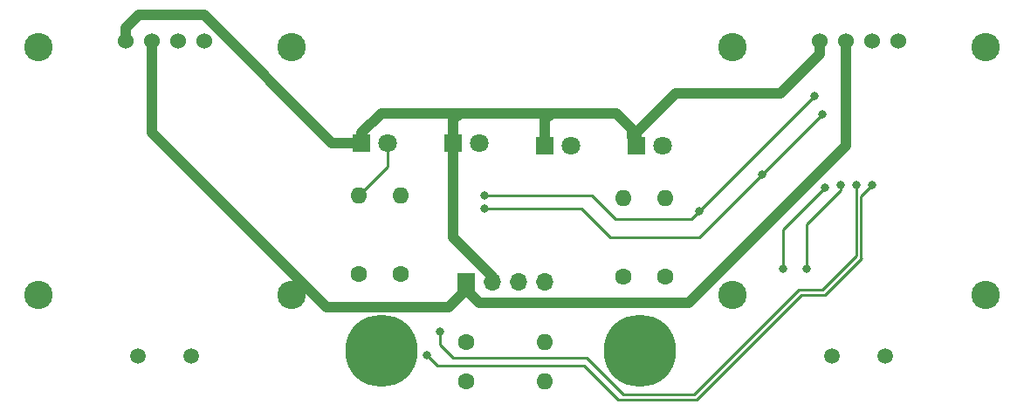
<source format=gbr>
%TF.GenerationSoftware,KiCad,Pcbnew,(6.0.5)*%
%TF.CreationDate,2022-08-06T13:23:44-04:00*%
%TF.ProjectId,RICM Greenpower Instrument Cluster,5249434d-2047-4726-9565-6e706f776572,rev?*%
%TF.SameCoordinates,Original*%
%TF.FileFunction,Copper,L1,Top*%
%TF.FilePolarity,Positive*%
%FSLAX46Y46*%
G04 Gerber Fmt 4.6, Leading zero omitted, Abs format (unit mm)*
G04 Created by KiCad (PCBNEW (6.0.5)) date 2022-08-06 13:23:44*
%MOMM*%
%LPD*%
G01*
G04 APERTURE LIST*
%TA.AperFunction,ComponentPad*%
%ADD10C,1.500000*%
%TD*%
%TA.AperFunction,ComponentPad*%
%ADD11C,1.600000*%
%TD*%
%TA.AperFunction,ComponentPad*%
%ADD12O,1.600000X1.600000*%
%TD*%
%TA.AperFunction,ComponentPad*%
%ADD13R,1.800000X1.800000*%
%TD*%
%TA.AperFunction,ComponentPad*%
%ADD14C,1.800000*%
%TD*%
%TA.AperFunction,ComponentPad*%
%ADD15R,1.700000X1.700000*%
%TD*%
%TA.AperFunction,ComponentPad*%
%ADD16O,1.700000X1.700000*%
%TD*%
%TA.AperFunction,ComponentPad*%
%ADD17C,2.750000*%
%TD*%
%TA.AperFunction,ComponentPad*%
%ADD18C,1.524000*%
%TD*%
%TA.AperFunction,ViaPad*%
%ADD19C,7.000000*%
%TD*%
%TA.AperFunction,ViaPad*%
%ADD20C,0.800000*%
%TD*%
%TA.AperFunction,Conductor*%
%ADD21C,1.000000*%
%TD*%
%TA.AperFunction,Conductor*%
%ADD22C,0.250000*%
%TD*%
G04 APERTURE END LIST*
D10*
%TO.P,SW2,1,1*%
%TO.N,Net-(R6-Pad1)*%
X83846600Y-30516000D03*
%TO.P,SW2,2,2*%
%TO.N,GND*%
X78690400Y-30516000D03*
%TD*%
D11*
%TO.P,R3,1*%
%TO.N,Net-(R3-Pad1)*%
X36830000Y-22606000D03*
D12*
%TO.P,R3,2*%
%TO.N,Net-(D3-Pad2)*%
X36830000Y-14986000D03*
%TD*%
D13*
%TO.P,D3,1,K*%
%TO.N,GND*%
X41910000Y-9875000D03*
D14*
%TO.P,D3,2,A*%
%TO.N,Net-(D3-Pad2)*%
X44450000Y-9875000D03*
%TD*%
D10*
%TO.P,SW1,1,1*%
%TO.N,Net-(R5-Pad1)*%
X16536600Y-30516000D03*
%TO.P,SW1,2,2*%
%TO.N,GND*%
X11380400Y-30516000D03*
%TD*%
D13*
%TO.P,D1,1,K*%
%TO.N,GND*%
X59690000Y-10160000D03*
D14*
%TO.P,D1,2,A*%
%TO.N,Net-(D1-Pad2)*%
X62230000Y-10160000D03*
%TD*%
D15*
%TO.P,J1,1,Pin_1*%
%TO.N,+5V*%
X43190000Y-23360000D03*
D16*
%TO.P,J1,2,Pin_2*%
%TO.N,GND*%
X45730000Y-23360000D03*
%TO.P,J1,3,Pin_3*%
%TO.N,SDA*%
X48270000Y-23360000D03*
%TO.P,J1,4,Pin_4*%
%TO.N,SCL*%
X50810000Y-23360000D03*
%TD*%
D11*
%TO.P,R1,1*%
%TO.N,Net-(R1-Pad1)*%
X62484000Y-22860000D03*
D12*
%TO.P,R1,2*%
%TO.N,Net-(D1-Pad2)*%
X62484000Y-15240000D03*
%TD*%
D13*
%TO.P,D2,1,K*%
%TO.N,GND*%
X50800000Y-10160000D03*
D14*
%TO.P,D2,2,A*%
%TO.N,Net-(D2-Pad2)*%
X53340000Y-10160000D03*
%TD*%
D11*
%TO.P,R6,1*%
%TO.N,Net-(R6-Pad1)*%
X43180000Y-29210000D03*
D12*
%TO.P,R6,2*%
%TO.N,+5V*%
X50800000Y-29210000D03*
%TD*%
D17*
%TO.P,DS2,*%
%TO.N,*%
X1720000Y-24605000D03*
X26220000Y-605000D03*
X26220000Y-24605000D03*
X1720000Y-605000D03*
D18*
%TO.P,DS2,1,GND*%
%TO.N,GND*%
X10160000Y65000D03*
%TO.P,DS2,2,VCC*%
%TO.N,+5V*%
X12700000Y65000D03*
%TO.P,DS2,3,SCL*%
%TO.N,SCL*%
X15240000Y65000D03*
%TO.P,DS2,4,SDA*%
%TO.N,SDA*%
X17780000Y65000D03*
%TD*%
D11*
%TO.P,R4,1*%
%TO.N,Net-(R4-Pad1)*%
X32766000Y-22606000D03*
D12*
%TO.P,R4,2*%
%TO.N,Net-(D4-Pad2)*%
X32766000Y-14986000D03*
%TD*%
D11*
%TO.P,R2,1*%
%TO.N,Net-(R2-Pad1)*%
X58420000Y-22860000D03*
D12*
%TO.P,R2,2*%
%TO.N,Net-(D2-Pad2)*%
X58420000Y-15240000D03*
%TD*%
D11*
%TO.P,R5,1*%
%TO.N,Net-(R5-Pad1)*%
X43180000Y-33020000D03*
D12*
%TO.P,R5,2*%
%TO.N,+5V*%
X50800000Y-33020000D03*
%TD*%
D17*
%TO.P,DS1,*%
%TO.N,*%
X69030000Y-605000D03*
X93530000Y-605000D03*
X93530000Y-24605000D03*
X69030000Y-24605000D03*
D18*
%TO.P,DS1,1,GND*%
%TO.N,GND*%
X77470000Y65000D03*
%TO.P,DS1,2,VCC*%
%TO.N,+5V*%
X80010000Y65000D03*
%TO.P,DS1,3,SCL*%
%TO.N,SCL*%
X82550000Y65000D03*
%TO.P,DS1,4,SDA*%
%TO.N,SDA*%
X85090000Y65000D03*
%TD*%
D13*
%TO.P,D4,1,K*%
%TO.N,GND*%
X33020000Y-9875000D03*
D14*
%TO.P,D4,2,A*%
%TO.N,Net-(D4-Pad2)*%
X35560000Y-9875000D03*
%TD*%
D19*
%TO.N,*%
X35000000Y-30000000D03*
X60000000Y-30000000D03*
D20*
%TO.N,GND*%
X72390000Y-5080000D03*
%TO.N,+5V*%
X72263000Y-17907000D03*
%TO.N,SCL*%
X77724000Y-7112000D03*
X71882000Y-12954000D03*
X44958000Y-16256000D03*
%TO.N,SDA*%
X65786000Y-16510000D03*
X44958000Y-14986000D03*
X76962000Y-5334000D03*
%TO.N,Net-(R1-Pad1)*%
X73914000Y-22098000D03*
X77978000Y-14224000D03*
%TO.N,Net-(R2-Pad1)*%
X79502000Y-13970000D03*
X76200000Y-22098000D03*
%TO.N,Net-(R3-Pad1)*%
X81026000Y-13970000D03*
X40640000Y-28194000D03*
%TO.N,Net-(R4-Pad1)*%
X82550000Y-13970000D03*
X39370000Y-30480000D03*
%TD*%
D21*
%TO.N,GND*%
X17780000Y2540000D02*
X30195000Y-9875000D01*
X51460000Y-6960000D02*
X57760000Y-6960000D01*
X34950000Y-6960000D02*
X33020000Y-8890000D01*
X30195000Y-9875000D02*
X33020000Y-9875000D01*
X11430000Y2540000D02*
X17780000Y2540000D01*
X59690000Y-8890000D02*
X59690000Y-10160000D01*
X41300000Y-6960000D02*
X40030000Y-6960000D01*
X41250000Y-6960000D02*
X42570000Y-6960000D01*
X10160000Y65000D02*
X10160000Y1270000D01*
X41910000Y-19050000D02*
X41910000Y-9875000D01*
X42570000Y-6960000D02*
X50140000Y-6960000D01*
X73660000Y-5080000D02*
X77470000Y-1270000D01*
X50800000Y-7620000D02*
X51460000Y-6960000D01*
X77470000Y-1270000D02*
X77470000Y0D01*
X41910000Y-19050000D02*
X45720000Y-22860000D01*
X59300000Y-8500000D02*
X59300000Y-9280000D01*
X50800000Y-10160000D02*
X50800000Y-7620000D01*
X63500000Y-5080000D02*
X73660000Y-5080000D01*
X41910000Y-7620000D02*
X42570000Y-6960000D01*
X40030000Y-6960000D02*
X41250000Y-6960000D01*
X50140000Y-6960000D02*
X51460000Y-6960000D01*
X59300000Y-9280000D02*
X63500000Y-5080000D01*
X40030000Y-6960000D02*
X34950000Y-6960000D01*
X10160000Y1270000D02*
X11430000Y2540000D01*
X57760000Y-6960000D02*
X59300000Y-8500000D01*
X41910000Y-9875000D02*
X41910000Y-7620000D01*
X33020000Y-8890000D02*
X33020000Y-10160000D01*
%TO.N,+5V*%
X12700000Y-8890000D02*
X12700000Y0D01*
X80010000Y-10160000D02*
X80010000Y0D01*
X72263000Y-17907000D02*
X80010000Y-10160000D01*
X44450000Y-25400000D02*
X64770000Y-25400000D01*
X29610489Y-25800489D02*
X12700000Y-8890000D01*
X43190000Y-24120000D02*
X41509511Y-25800489D01*
X64770000Y-25400000D02*
X72263000Y-17907000D01*
X43190000Y-24140000D02*
X44450000Y-25400000D01*
X43190000Y-23360000D02*
X43190000Y-24120000D01*
X41509511Y-25800489D02*
X29610489Y-25800489D01*
X43190000Y-23360000D02*
X43190000Y-24140000D01*
D22*
%TO.N,SCL*%
X57150000Y-19050000D02*
X65786000Y-19050000D01*
X44958000Y-16256000D02*
X54356000Y-16256000D01*
X54356000Y-16256000D02*
X57150000Y-19050000D01*
X65786000Y-19050000D02*
X71882000Y-12954000D01*
X50810000Y-23360000D02*
X50810000Y-23378000D01*
X71882000Y-12954000D02*
X77724000Y-7112000D01*
%TO.N,SDA*%
X44958000Y-14986000D02*
X55372000Y-14986000D01*
X55372000Y-14986000D02*
X57658000Y-17272000D01*
X57658000Y-17272000D02*
X65024000Y-17272000D01*
X65024000Y-17272000D02*
X76962000Y-5334000D01*
%TO.N,Net-(D4-Pad2)*%
X35560000Y-12192000D02*
X35560000Y-9906000D01*
X32766000Y-14986000D02*
X35560000Y-12192000D01*
%TO.N,Net-(R1-Pad1)*%
X73914000Y-22098000D02*
X73914000Y-18288000D01*
X73914000Y-18288000D02*
X77978000Y-14224000D01*
%TO.N,Net-(R2-Pad1)*%
X79248000Y-14732000D02*
X79502000Y-14478000D01*
X76200000Y-18288000D02*
X76200000Y-18034000D01*
X57920000Y-23360000D02*
X58420000Y-22860000D01*
X76200000Y-17780000D02*
X79248000Y-14732000D01*
X76200000Y-22098000D02*
X76200000Y-18288000D01*
X76200000Y-18034000D02*
X76200000Y-17780000D01*
X79502000Y-14478000D02*
X79502000Y-13970000D01*
%TO.N,Net-(R3-Pad1)*%
X81026000Y-20828000D02*
X81026000Y-13970000D01*
X75438000Y-24130000D02*
X77724000Y-24130000D01*
X41910000Y-30734000D02*
X54864000Y-30734000D01*
X40640000Y-28194000D02*
X40640000Y-29464000D01*
X65278000Y-34290000D02*
X75438000Y-24130000D01*
X58420000Y-34290000D02*
X65278000Y-34290000D01*
X54864000Y-30734000D02*
X58420000Y-34290000D01*
X77724000Y-24130000D02*
X81026000Y-20828000D01*
X40640000Y-29464000D02*
X41910000Y-30734000D01*
%TO.N,Net-(R4-Pad1)*%
X65532000Y-34798000D02*
X75692000Y-24638000D01*
X57912000Y-34798000D02*
X65532000Y-34798000D01*
X39370000Y-30480000D02*
X40386000Y-31496000D01*
X75692000Y-24638000D02*
X77978000Y-24638000D01*
X81534000Y-21082000D02*
X81475520Y-21023520D01*
X81475520Y-21023520D02*
X81475520Y-15044480D01*
X81475520Y-15044480D02*
X82550000Y-13970000D01*
X77978000Y-24638000D02*
X81534000Y-21082000D01*
X40386000Y-31496000D02*
X54610000Y-31496000D01*
X54610000Y-31496000D02*
X57912000Y-34798000D01*
%TD*%
M02*

</source>
